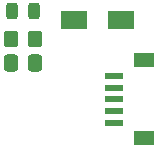
<source format=gbr>
%TF.GenerationSoftware,KiCad,Pcbnew,7.0.2*%
%TF.CreationDate,2023-10-18T18:01:29-04:00*%
%TF.ProjectId,encoder_go_v1_rev2,656e636f-6465-4725-9f67-6f5f76315f72,rev?*%
%TF.SameCoordinates,Original*%
%TF.FileFunction,Paste,Top*%
%TF.FilePolarity,Positive*%
%FSLAX46Y46*%
G04 Gerber Fmt 4.6, Leading zero omitted, Abs format (unit mm)*
G04 Created by KiCad (PCBNEW 7.0.2) date 2023-10-18 18:01:29*
%MOMM*%
%LPD*%
G01*
G04 APERTURE LIST*
G04 Aperture macros list*
%AMRoundRect*
0 Rectangle with rounded corners*
0 $1 Rounding radius*
0 $2 $3 $4 $5 $6 $7 $8 $9 X,Y pos of 4 corners*
0 Add a 4 corners polygon primitive as box body*
4,1,4,$2,$3,$4,$5,$6,$7,$8,$9,$2,$3,0*
0 Add four circle primitives for the rounded corners*
1,1,$1+$1,$2,$3*
1,1,$1+$1,$4,$5*
1,1,$1+$1,$6,$7*
1,1,$1+$1,$8,$9*
0 Add four rect primitives between the rounded corners*
20,1,$1+$1,$2,$3,$4,$5,0*
20,1,$1+$1,$4,$5,$6,$7,0*
20,1,$1+$1,$6,$7,$8,$9,0*
20,1,$1+$1,$8,$9,$2,$3,0*%
G04 Aperture macros list end*
%ADD10RoundRect,0.250000X-0.350000X-0.450000X0.350000X-0.450000X0.350000X0.450000X-0.350000X0.450000X0*%
%ADD11RoundRect,0.250000X-0.337500X-0.475000X0.337500X-0.475000X0.337500X0.475000X-0.337500X0.475000X0*%
%ADD12RoundRect,0.243750X0.243750X0.456250X-0.243750X0.456250X-0.243750X-0.456250X0.243750X-0.456250X0*%
%ADD13R,1.550000X0.600000*%
%ADD14R,1.800000X1.200000*%
%ADD15R,2.200000X1.550000*%
G04 APERTURE END LIST*
D10*
%TO.C,R1*%
X147100318Y-95107832D03*
X149100318Y-95107832D03*
%TD*%
D11*
%TO.C,C1*%
X147066558Y-97070701D03*
X149141558Y-97070701D03*
%TD*%
D12*
%TO.C,D1*%
X149060501Y-92740999D03*
X147185501Y-92740999D03*
%TD*%
D13*
%TO.C,J1*%
X155812000Y-98187000D03*
X155812000Y-99187000D03*
X155812000Y-100187000D03*
X155812000Y-101187000D03*
X155812000Y-102187000D03*
D14*
X158337000Y-96887000D03*
X158337000Y-103487000D03*
%TD*%
D15*
%TO.C,D2*%
X152445000Y-93486999D03*
X156445000Y-93486999D03*
%TD*%
M02*

</source>
